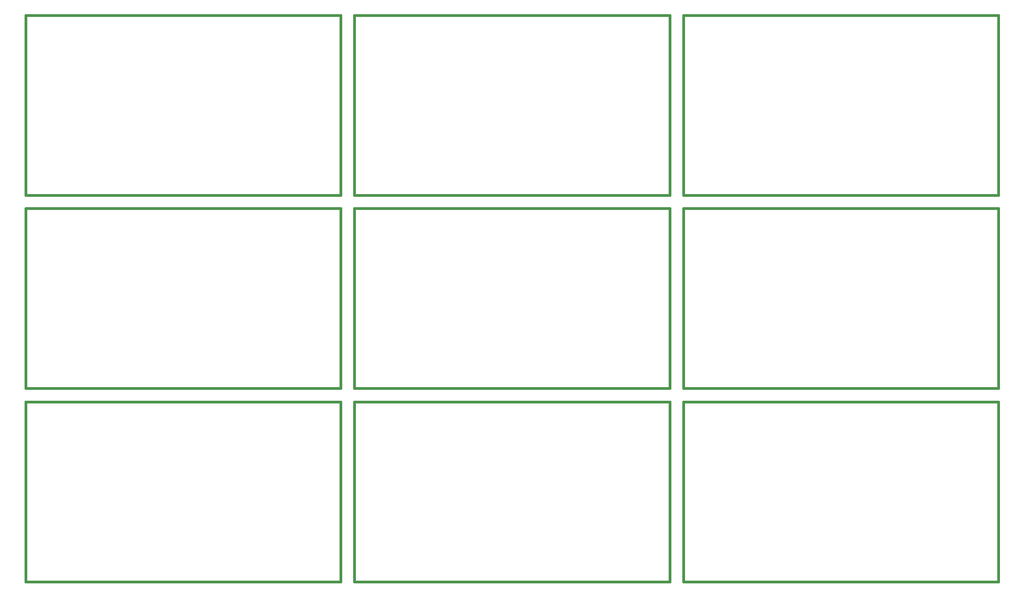
<source format=gbr>
G04 (created by PCBNEW-RS274X (2012-jan-04)-stable) date Thu 08 Nov 2012 06:26:56 PM CET*
G01*
G70*
G90*
%MOIN*%
G04 Gerber Fmt 3.4, Leading zero omitted, Abs format*
%FSLAX34Y34*%
G04 APERTURE LIST*
%ADD10C,0.006000*%
%ADD11C,0.015000*%
G04 APERTURE END LIST*
G54D10*
G54D11*
X46390Y-40491D02*
X65640Y-40491D01*
X46390Y-29491D02*
X65640Y-29491D01*
X46390Y-40491D02*
X46390Y-29491D01*
X65640Y-29491D02*
X65640Y-40491D01*
X65640Y-17680D02*
X65640Y-28680D01*
X46390Y-28680D02*
X46390Y-17680D01*
X46390Y-17680D02*
X65640Y-17680D01*
X46390Y-28680D02*
X65640Y-28680D01*
X46390Y-16869D02*
X65640Y-16869D01*
X46390Y-05869D02*
X65640Y-05869D01*
X46390Y-16869D02*
X46390Y-05869D01*
X65640Y-05869D02*
X65640Y-16869D01*
X45561Y-05869D02*
X45561Y-16869D01*
X26311Y-16869D02*
X26311Y-05869D01*
X26311Y-05869D02*
X45561Y-05869D01*
X26311Y-16869D02*
X45561Y-16869D01*
X26311Y-28680D02*
X45561Y-28680D01*
X26311Y-17680D02*
X45561Y-17680D01*
X26311Y-28680D02*
X26311Y-17680D01*
X45561Y-17680D02*
X45561Y-28680D01*
X45561Y-29491D02*
X45561Y-40491D01*
X26311Y-40491D02*
X26311Y-29491D01*
X26311Y-29491D02*
X45561Y-29491D01*
X26311Y-40491D02*
X45561Y-40491D01*
X06232Y-40491D02*
X25482Y-40491D01*
X06232Y-29491D02*
X25482Y-29491D01*
X06232Y-40491D02*
X06232Y-29491D01*
X25482Y-29491D02*
X25482Y-40491D01*
X25482Y-17680D02*
X25482Y-28680D01*
X06232Y-28680D02*
X06232Y-17680D01*
X06232Y-17680D02*
X25482Y-17680D01*
X06232Y-28680D02*
X25482Y-28680D01*
X06232Y-16869D02*
X25482Y-16869D01*
X06232Y-05869D02*
X25482Y-05869D01*
X06232Y-16869D02*
X06232Y-05869D01*
X25482Y-05869D02*
X25482Y-16869D01*
M02*

</source>
